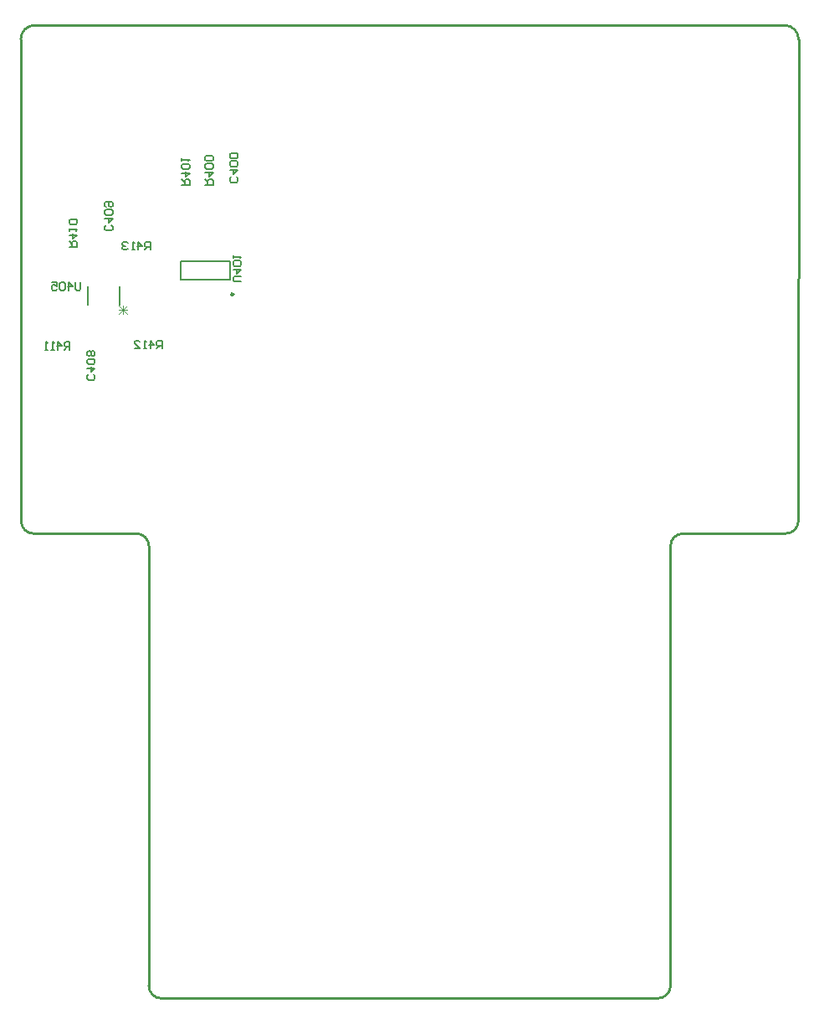
<source format=gbo>
G04*
G04 #@! TF.GenerationSoftware,Altium Limited,Altium Designer,22.10.1 (41)*
G04*
G04 Layer_Color=32896*
%FSLAX43Y43*%
%MOMM*%
G71*
G04*
G04 #@! TF.SameCoordinates,C4451B6D-C533-4BC9-A511-8E29B532BE62*
G04*
G04*
G04 #@! TF.FilePolarity,Positive*
G04*
G01*
G75*
%ADD10C,0.250*%
%ADD12C,0.200*%
%ADD16C,0.254*%
%ADD122C,0.152*%
%ADD123C,0.076*%
D10*
X42725Y96600D02*
G03*
X42725Y96600I-125J0D01*
G01*
D12*
X37345Y98100D02*
X42345D01*
X37345Y99900D02*
X42345D01*
Y98100D02*
Y99900D01*
X37345Y98100D02*
Y99900D01*
X27266Y97800D02*
Y97133D01*
X27133Y97000D01*
X26866D01*
X26733Y97133D01*
Y97800D01*
X26067Y97000D02*
Y97800D01*
X26466Y97400D01*
X25933D01*
X25667Y97667D02*
X25533Y97800D01*
X25267D01*
X25134Y97667D01*
Y97133D01*
X25267Y97000D01*
X25533D01*
X25667Y97133D01*
Y97667D01*
X24334Y97800D02*
X24867D01*
Y97400D01*
X24600Y97533D01*
X24467D01*
X24334Y97400D01*
Y97133D01*
X24467Y97000D01*
X24734D01*
X24867Y97133D01*
X43500Y97867D02*
X42833D01*
X42700Y98000D01*
Y98267D01*
X42833Y98400D01*
X43500D01*
X42700Y99067D02*
X43500D01*
X43100Y98667D01*
Y99200D01*
X43367Y99467D02*
X43500Y99600D01*
Y99866D01*
X43367Y100000D01*
X42833D01*
X42700Y99866D01*
Y99600D01*
X42833Y99467D01*
X43367D01*
X42700Y100266D02*
Y100533D01*
Y100400D01*
X43500D01*
X43367Y100266D01*
X34300Y101100D02*
Y101900D01*
X33900D01*
X33766Y101767D01*
Y101500D01*
X33900Y101367D01*
X34300D01*
X34033D02*
X33766Y101100D01*
X33100D02*
Y101900D01*
X33500Y101500D01*
X32967D01*
X32700Y101100D02*
X32433D01*
X32567D01*
Y101900D01*
X32700Y101767D01*
X32034D02*
X31900Y101900D01*
X31634D01*
X31500Y101767D01*
Y101633D01*
X31634Y101500D01*
X31767D01*
X31634D01*
X31500Y101367D01*
Y101233D01*
X31634Y101100D01*
X31900D01*
X32034Y101233D01*
X35500Y91100D02*
Y91900D01*
X35100D01*
X34966Y91767D01*
Y91500D01*
X35100Y91367D01*
X35500D01*
X35233D02*
X34966Y91100D01*
X34300D02*
Y91900D01*
X34700Y91500D01*
X34167D01*
X33900Y91100D02*
X33633D01*
X33767D01*
Y91900D01*
X33900Y91767D01*
X32700Y91100D02*
X33234D01*
X32700Y91633D01*
Y91767D01*
X32834Y91900D01*
X33100D01*
X33234Y91767D01*
X26166Y91000D02*
Y91800D01*
X25766D01*
X25633Y91667D01*
Y91400D01*
X25766Y91267D01*
X26166D01*
X25900D02*
X25633Y91000D01*
X24967D02*
Y91800D01*
X25367Y91400D01*
X24833D01*
X24567Y91000D02*
X24300D01*
X24433D01*
Y91800D01*
X24567Y91667D01*
X23900Y91000D02*
X23634D01*
X23767D01*
Y91800D01*
X23900Y91667D01*
X26100Y101400D02*
X26900D01*
Y101800D01*
X26767Y101934D01*
X26500D01*
X26367Y101800D01*
Y101400D01*
Y101667D02*
X26100Y101934D01*
Y102600D02*
X26900D01*
X26500Y102200D01*
Y102733D01*
X26100Y103000D02*
Y103267D01*
Y103133D01*
X26900D01*
X26767Y103000D01*
Y103666D02*
X26900Y103800D01*
Y104066D01*
X26767Y104200D01*
X26233D01*
X26100Y104066D01*
Y103800D01*
X26233Y103666D01*
X26767D01*
X37500Y107667D02*
X38300D01*
Y108067D01*
X38167Y108200D01*
X37900D01*
X37767Y108067D01*
Y107667D01*
Y107934D02*
X37500Y108200D01*
Y108867D02*
X38300D01*
X37900Y108467D01*
Y109000D01*
X38167Y109267D02*
X38300Y109400D01*
Y109666D01*
X38167Y109800D01*
X37633D01*
X37500Y109666D01*
Y109400D01*
X37633Y109267D01*
X38167D01*
X37500Y110066D02*
Y110333D01*
Y110200D01*
X38300D01*
X38167Y110066D01*
X39850Y107684D02*
X40650D01*
Y108084D01*
X40517Y108217D01*
X40250D01*
X40117Y108084D01*
Y107684D01*
Y107950D02*
X39850Y108217D01*
Y108883D02*
X40650D01*
X40250Y108484D01*
Y109017D01*
X40517Y109283D02*
X40650Y109417D01*
Y109683D01*
X40517Y109816D01*
X39983D01*
X39850Y109683D01*
Y109417D01*
X39983Y109283D01*
X40517D01*
Y110083D02*
X40650Y110216D01*
Y110483D01*
X40517Y110616D01*
X39983D01*
X39850Y110483D01*
Y110216D01*
X39983Y110083D01*
X40517D01*
X30367Y103567D02*
X30500Y103434D01*
Y103167D01*
X30367Y103034D01*
X29833D01*
X29700Y103167D01*
Y103434D01*
X29833Y103567D01*
X29700Y104233D02*
X30500D01*
X30100Y103834D01*
Y104367D01*
X30367Y104633D02*
X30500Y104767D01*
Y105033D01*
X30367Y105166D01*
X29833D01*
X29700Y105033D01*
Y104767D01*
X29833Y104633D01*
X30367D01*
X29833Y105433D02*
X29700Y105566D01*
Y105833D01*
X29833Y105966D01*
X30367D01*
X30500Y105833D01*
Y105566D01*
X30367Y105433D01*
X30233D01*
X30100Y105566D01*
Y105966D01*
X28567Y88467D02*
X28700Y88334D01*
Y88067D01*
X28567Y87934D01*
X28033D01*
X27900Y88067D01*
Y88334D01*
X28033Y88467D01*
X27900Y89133D02*
X28700D01*
X28300Y88734D01*
Y89267D01*
X28567Y89533D02*
X28700Y89667D01*
Y89933D01*
X28567Y90066D01*
X28033D01*
X27900Y89933D01*
Y89667D01*
X28033Y89533D01*
X28567D01*
Y90333D02*
X28700Y90466D01*
Y90733D01*
X28567Y90866D01*
X28433D01*
X28300Y90733D01*
X28167Y90866D01*
X28033D01*
X27900Y90733D01*
Y90466D01*
X28033Y90333D01*
X28167D01*
X28300Y90466D01*
X28433Y90333D01*
X28567D01*
X28300Y90466D02*
Y90733D01*
X43017Y108467D02*
X43150Y108334D01*
Y108067D01*
X43017Y107934D01*
X42483D01*
X42350Y108067D01*
Y108334D01*
X42483Y108467D01*
X42350Y109133D02*
X43150D01*
X42750Y108734D01*
Y109267D01*
X43017Y109533D02*
X43150Y109667D01*
Y109933D01*
X43017Y110066D01*
X42483D01*
X42350Y109933D01*
Y109667D01*
X42483Y109533D01*
X43017D01*
Y110333D02*
X43150Y110466D01*
Y110733D01*
X43017Y110866D01*
X42483D01*
X42350Y110733D01*
Y110466D01*
X42483Y110333D01*
X43017D01*
D16*
X88225Y72400D02*
G03*
X86955Y71130I0J-1270D01*
G01*
X99923Y122377D02*
G03*
X98500Y123800I-1423J0D01*
G01*
X21230Y73670D02*
G03*
X22500Y72400I1270J0D01*
G01*
X22602Y123802D02*
G03*
X21201Y122401I0J-1401D01*
G01*
X98623Y72400D02*
G03*
X99893Y73670I0J1270D01*
G01*
X34168Y71130D02*
G03*
X32898Y72400I-1270J0D01*
G01*
X34163Y26670D02*
G03*
X35433Y25400I1270J0D01*
G01*
X85685Y25400D02*
G03*
X86955Y26670I0J1270D01*
G01*
X99893Y73670D02*
X99923Y122377D01*
X22600Y123800D02*
X98500D01*
X22500Y72400D02*
X32898D01*
X21200Y122401D02*
X21230Y73670D01*
X88225Y72400D02*
X98600D01*
X34168Y71130D02*
X34168Y26670D01*
X35433Y25400D02*
X85685Y25400D01*
X86955Y71130D02*
X86955Y26670D01*
D122*
X31175Y95525D02*
Y97430D01*
X27975Y95525D02*
Y97430D01*
D123*
X31938Y94578D02*
X31092Y95425D01*
Y94578D02*
X31938Y95425D01*
X31515Y94578D02*
Y95425D01*
X31092Y95002D02*
X31938D01*
M02*

</source>
